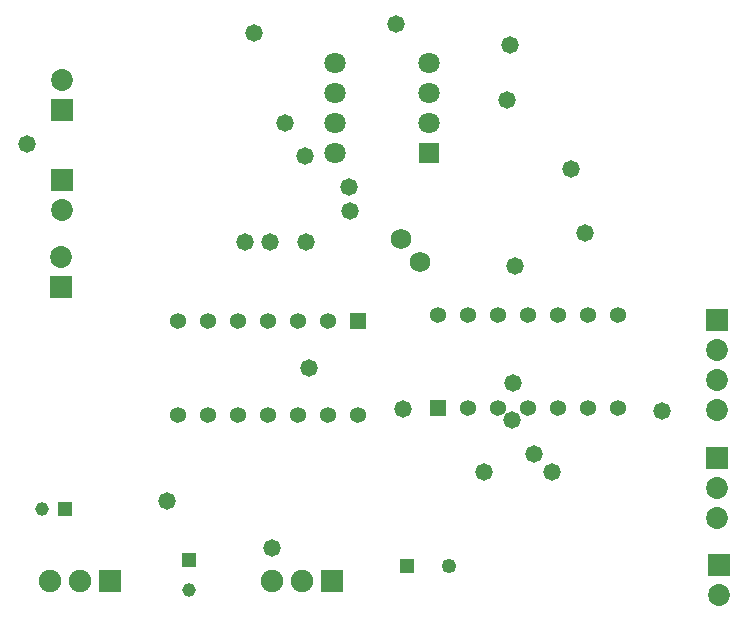
<source format=gbs>
G04*
G04 #@! TF.GenerationSoftware,Altium Limited,Altium Designer,19.1.9 (167)*
G04*
G04 Layer_Color=16711935*
%FSLAX43Y43*%
%MOMM*%
G71*
G01*
G75*
%ADD29R,1.803X1.803*%
%ADD30C,1.803*%
%ADD31C,1.727*%
%ADD32R,1.362X1.362*%
%ADD33C,1.362*%
%ADD34R,1.150X1.150*%
%ADD35C,1.150*%
%ADD36R,1.903X1.903*%
%ADD37C,1.903*%
%ADD38R,1.150X1.150*%
%ADD39R,1.250X1.250*%
%ADD40C,1.250*%
%ADD41C,1.854*%
%ADD42R,1.854X1.854*%
%ADD43C,1.473*%
D29*
X35400Y39560D02*
D03*
D30*
Y42100D02*
D03*
Y44640D02*
D03*
Y47180D02*
D03*
X27460D02*
D03*
Y44640D02*
D03*
Y42100D02*
D03*
Y39560D02*
D03*
D31*
X34600Y30300D02*
D03*
X33000Y32300D02*
D03*
D32*
X36180Y17931D02*
D03*
X29340Y25338D02*
D03*
D33*
X38720Y17931D02*
D03*
X41260D02*
D03*
X43800D02*
D03*
X46340D02*
D03*
X48880D02*
D03*
X51420D02*
D03*
Y25869D02*
D03*
X48880D02*
D03*
X46340D02*
D03*
X43800D02*
D03*
X41260D02*
D03*
X38720D02*
D03*
X36180D02*
D03*
X29340Y17400D02*
D03*
X26800D02*
D03*
X24260D02*
D03*
X21720D02*
D03*
X19180D02*
D03*
X16640D02*
D03*
X14100D02*
D03*
Y25338D02*
D03*
X16640D02*
D03*
X19180D02*
D03*
X21720D02*
D03*
X24260D02*
D03*
X26800D02*
D03*
D34*
X4600Y9400D02*
D03*
D35*
X2600D02*
D03*
X15100Y2550D02*
D03*
D36*
X27200Y3300D02*
D03*
X8340D02*
D03*
D37*
X24660D02*
D03*
X22120D02*
D03*
X5800D02*
D03*
X3260D02*
D03*
D38*
X15100Y5050D02*
D03*
D39*
X33550Y4600D02*
D03*
D40*
X37050D02*
D03*
D41*
X4300Y45740D02*
D03*
Y34700D02*
D03*
X4200Y30740D02*
D03*
X59800Y8660D02*
D03*
Y11200D02*
D03*
Y22880D02*
D03*
Y20340D02*
D03*
Y17800D02*
D03*
X59900Y2100D02*
D03*
D42*
X4300Y43200D02*
D03*
Y37240D02*
D03*
X4200Y28200D02*
D03*
X59800Y13740D02*
D03*
Y25420D02*
D03*
X59900Y4640D02*
D03*
D43*
X47400Y38200D02*
D03*
X25200Y21300D02*
D03*
X28600Y36700D02*
D03*
X42200Y48700D02*
D03*
X48600Y32800D02*
D03*
X13200Y10100D02*
D03*
X25000Y32000D02*
D03*
X32600Y50500D02*
D03*
X1300Y40300D02*
D03*
X20600Y49700D02*
D03*
X28700Y34600D02*
D03*
X24900Y39300D02*
D03*
X23200Y42100D02*
D03*
X22100Y6100D02*
D03*
X21900Y32000D02*
D03*
X42000Y44000D02*
D03*
X33200Y17900D02*
D03*
X42700Y30000D02*
D03*
X19800Y32000D02*
D03*
X44300Y14100D02*
D03*
X45800Y12500D02*
D03*
X40000D02*
D03*
X55100Y17700D02*
D03*
X42400Y16900D02*
D03*
X42500Y20100D02*
D03*
M02*

</source>
